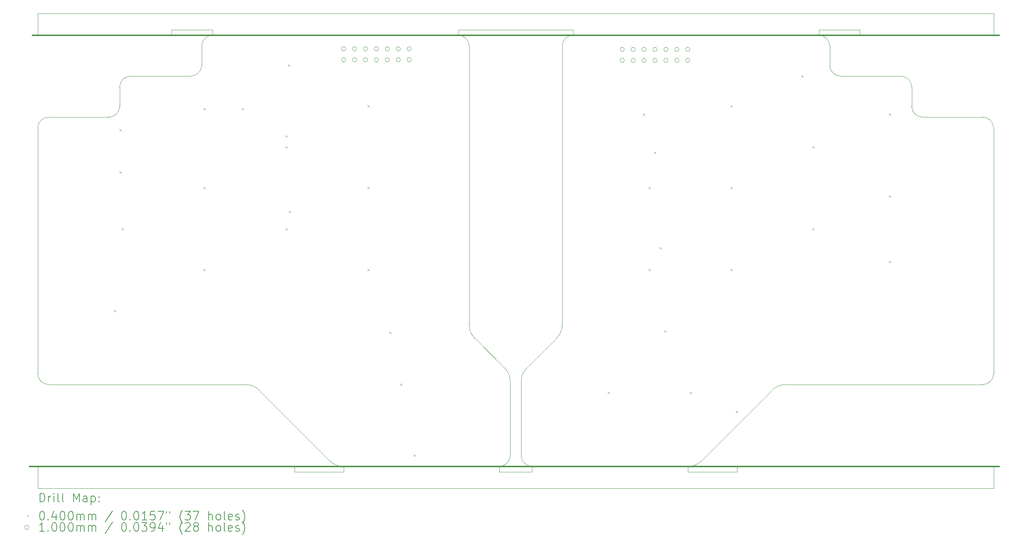
<source format=gbr>
%TF.GenerationSoftware,KiCad,Pcbnew,(6.0.7-1)-1*%
%TF.CreationDate,2022-08-07T12:05:25+08:00*%
%TF.ProjectId,Input,496e7075-742e-46b6-9963-61645f706362,2*%
%TF.SameCoordinates,PX7616b68PY48ab840*%
%TF.FileFunction,Drillmap*%
%TF.FilePolarity,Positive*%
%FSLAX45Y45*%
G04 Gerber Fmt 4.5, Leading zero omitted, Abs format (unit mm)*
G04 Created by KiCad (PCBNEW (6.0.7-1)-1) date 2022-08-07 12:05:25*
%MOMM*%
%LPD*%
G01*
G04 APERTURE LIST*
%ADD10C,0.300000*%
%ADD11C,0.120000*%
%ADD12C,0.200000*%
%ADD13C,0.040000*%
%ADD14C,0.100000*%
G04 APERTURE END LIST*
D10*
X-8064500Y-6921500D02*
X14478000Y-6921500D01*
X-8001000Y3111500D02*
X14478000Y3111500D01*
D11*
X14351000Y-6921500D02*
X8382000Y-6921500D01*
X2159003Y-3619500D02*
G75*
G03*
X2286000Y-3937000I417557J-17130D01*
G01*
X8382000Y-7048500D02*
X8382000Y-6921500D01*
X-762000Y-7048500D02*
X-1905000Y-7048500D01*
X-7874000Y-6921500D02*
X-7874000Y-7429500D01*
X3111497Y-4953000D02*
G75*
G03*
X2984500Y-4635500I-417557J17130D01*
G01*
X14351000Y3619500D02*
X14351000Y3111500D01*
X9525000Y-5016503D02*
G75*
G03*
X9207500Y-5143500I-17130J-417557D01*
G01*
X12446000Y1460500D02*
G75*
G03*
X12700000Y1206500I254000J0D01*
G01*
X14097000Y1206500D02*
X12700000Y1206500D01*
X-7874000Y952500D02*
X-7874000Y-4762500D01*
X4191002Y-3937002D02*
G75*
G03*
X4318000Y-3619500I-290562J300372D01*
G01*
X-3810000Y3111500D02*
X-3810000Y3238500D01*
X14097000Y-5016500D02*
G75*
G03*
X14351000Y-4762500I0J254000D01*
G01*
X1905000Y3238500D02*
X4572000Y3238500D01*
X14351000Y-4762500D02*
X14351000Y952500D01*
X-7620000Y1206500D02*
G75*
G03*
X-7874000Y952500I0J-254000D01*
G01*
X10541000Y2413000D02*
X10541000Y2857500D01*
X-1079502Y-6794502D02*
G75*
G03*
X-762000Y-6921500I300372J290562D01*
G01*
X14351000Y3619500D02*
X-7874000Y3619500D01*
X-762000Y-6921500D02*
X-762000Y-7048500D01*
X-2730498Y-5143498D02*
G75*
G03*
X-3048000Y-5016500I-300372J-290562D01*
G01*
X9207500Y-5143500D02*
X7556500Y-6794500D01*
X-4762500Y3238500D02*
X-4762500Y3111500D01*
X-7874000Y3111500D02*
X-7874000Y3619500D01*
X2857500Y-7048500D02*
X3619500Y-7048500D01*
X-6223000Y1206500D02*
G75*
G03*
X-5969000Y1460500I0J254000D01*
G01*
X-4318000Y2159000D02*
X-5715000Y2159000D01*
X10541000Y2857500D02*
G75*
G03*
X10287000Y3111500I-254000J0D01*
G01*
X9525000Y-5016500D02*
X14097000Y-5016500D01*
X11239500Y3238500D02*
X10287000Y3238500D01*
X-1079500Y-6794500D02*
X-2730500Y-5143500D01*
X-7874000Y-4762500D02*
G75*
G03*
X-7620000Y-5016500I254000J0D01*
G01*
X-4318000Y2159000D02*
G75*
G03*
X-4064000Y2413000I0J254000D01*
G01*
X-5715000Y2159000D02*
G75*
G03*
X-5969000Y1905000I0J-254000D01*
G01*
X4572000Y3238500D02*
X4572000Y3111500D01*
X3365500Y-6667500D02*
G75*
G03*
X3619500Y-6921500I254000J0D01*
G01*
X-6223000Y1206500D02*
X-7620000Y1206500D01*
X-7620000Y-5016500D02*
X-3048000Y-5016500D01*
X14351000Y952500D02*
G75*
G03*
X14097000Y1206500I-254000J0D01*
G01*
X-1905000Y-6921500D02*
X-1905000Y-7048500D01*
X12446000Y1905000D02*
G75*
G03*
X12192000Y2159000I-254000J0D01*
G01*
X10287000Y3238500D02*
X10287000Y3111500D01*
X-3810000Y3111500D02*
G75*
G03*
X-4064000Y2857500I0J-254000D01*
G01*
X3492498Y-4635498D02*
G75*
G03*
X3365500Y-4953000I290562J-300372D01*
G01*
X14351000Y3111500D02*
X11239500Y3111500D01*
X3365500Y-6667500D02*
X3365500Y-4953000D01*
X-3810000Y3238500D02*
X-4762500Y3238500D01*
X2984500Y-4635500D02*
X2286000Y-3937000D01*
X2857500Y-6921500D02*
X2857500Y-7048500D01*
X7239000Y-6921497D02*
G75*
G03*
X7556500Y-6794500I17130J417557D01*
G01*
X-4064000Y2857500D02*
X-4064000Y2413000D01*
X4318000Y2857500D02*
X4318000Y-3619500D01*
X-1905000Y-6921500D02*
X-7874000Y-6921500D01*
X3619500Y-7048500D02*
X3619500Y-6921500D01*
X7239000Y-7048500D02*
X7239000Y-6921500D01*
X4191000Y-3937000D02*
X3492500Y-4635500D01*
X10541000Y2413000D02*
G75*
G03*
X10795000Y2159000I254000J0D01*
G01*
X2857500Y-6921500D02*
G75*
G03*
X3111500Y-6667500I0J254000D01*
G01*
X3111500Y-4953000D02*
X3111500Y-6667500D01*
X14351000Y-7429500D02*
X-7874000Y-7429500D01*
X14351000Y-7429500D02*
X14351000Y-6921500D01*
X11239500Y3111500D02*
X11239500Y3238500D01*
X-4762500Y3111500D02*
X-7874000Y3111500D01*
X4572000Y3111500D02*
G75*
G03*
X4318000Y2857500I0J-254000D01*
G01*
X1905000Y3111500D02*
X1905000Y3238500D01*
X12192000Y2159000D02*
X10795000Y2159000D01*
X-5969000Y1905000D02*
X-5969000Y1460500D01*
X12446000Y1460500D02*
X12446000Y1905000D01*
X2159000Y-3619500D02*
X2159000Y2857500D01*
X2159000Y2857500D02*
G75*
G03*
X1905000Y3111500I-254000J0D01*
G01*
X8382000Y-7048500D02*
X7239000Y-7048500D01*
D12*
D13*
X-6103300Y-3282000D02*
X-6063300Y-3322000D01*
X-6063300Y-3282000D02*
X-6103300Y-3322000D01*
X-5976300Y921700D02*
X-5936300Y881700D01*
X-5936300Y921700D02*
X-5976300Y881700D01*
X-5976300Y-56200D02*
X-5936300Y-96200D01*
X-5936300Y-56200D02*
X-5976300Y-96200D01*
X-5925500Y-1377000D02*
X-5885500Y-1417000D01*
X-5885500Y-1377000D02*
X-5925500Y-1417000D01*
X-4020500Y1417000D02*
X-3980500Y1377000D01*
X-3980500Y1417000D02*
X-4020500Y1377000D01*
X-4020500Y-424500D02*
X-3980500Y-464500D01*
X-3980500Y-424500D02*
X-4020500Y-464500D01*
X-4020500Y-2329500D02*
X-3980500Y-2369500D01*
X-3980500Y-2329500D02*
X-4020500Y-2369500D01*
X-3131500Y1417000D02*
X-3091500Y1377000D01*
X-3091500Y1417000D02*
X-3131500Y1377000D01*
X-2115500Y782000D02*
X-2075500Y742000D01*
X-2075500Y782000D02*
X-2115500Y742000D01*
X-2115500Y528000D02*
X-2075500Y488000D01*
X-2075500Y528000D02*
X-2115500Y488000D01*
X-2115500Y-1377000D02*
X-2075500Y-1417000D01*
X-2075500Y-1377000D02*
X-2115500Y-1417000D01*
X-2052000Y2433000D02*
X-2012000Y2393000D01*
X-2012000Y2433000D02*
X-2052000Y2393000D01*
X-2037650Y-973392D02*
X-1997650Y-1013392D01*
X-1997650Y-973392D02*
X-2037650Y-1013392D01*
X-210500Y1480500D02*
X-170500Y1440500D01*
X-170500Y1480500D02*
X-210500Y1440500D01*
X-210500Y-424500D02*
X-170500Y-464500D01*
X-170500Y-424500D02*
X-210500Y-464500D01*
X-210500Y-2329500D02*
X-170500Y-2369500D01*
X-170500Y-2329500D02*
X-210500Y-2369500D01*
X297500Y-3790000D02*
X337500Y-3830000D01*
X337500Y-3790000D02*
X297500Y-3830000D01*
X551500Y-4996500D02*
X591500Y-5036500D01*
X591500Y-4996500D02*
X551500Y-5036500D01*
X869000Y-6647500D02*
X909000Y-6687500D01*
X909000Y-6647500D02*
X869000Y-6687500D01*
X5377500Y-5187000D02*
X5417500Y-5227000D01*
X5417500Y-5187000D02*
X5377500Y-5227000D01*
X6203000Y1290000D02*
X6243000Y1250000D01*
X6243000Y1290000D02*
X6203000Y1250000D01*
X6330000Y-424500D02*
X6370000Y-464500D01*
X6370000Y-424500D02*
X6330000Y-464500D01*
X6330000Y-2329500D02*
X6370000Y-2369500D01*
X6370000Y-2329500D02*
X6330000Y-2369500D01*
X6457000Y401000D02*
X6497000Y361000D01*
X6497000Y401000D02*
X6457000Y361000D01*
X6582800Y-1817984D02*
X6622800Y-1857984D01*
X6622800Y-1817984D02*
X6582800Y-1857984D01*
X6691150Y-3757631D02*
X6731150Y-3797631D01*
X6731150Y-3757631D02*
X6691150Y-3797631D01*
X7282500Y-5187000D02*
X7322500Y-5227000D01*
X7322500Y-5187000D02*
X7282500Y-5227000D01*
X8235000Y1480500D02*
X8275000Y1440500D01*
X8275000Y1480500D02*
X8235000Y1440500D01*
X8235000Y-424500D02*
X8275000Y-464500D01*
X8275000Y-424500D02*
X8235000Y-464500D01*
X8235000Y-2329500D02*
X8275000Y-2369500D01*
X8275000Y-2329500D02*
X8235000Y-2369500D01*
X8362000Y-5631500D02*
X8402000Y-5671500D01*
X8402000Y-5631500D02*
X8362000Y-5671500D01*
X9886000Y2179000D02*
X9926000Y2139000D01*
X9926000Y2179000D02*
X9886000Y2139000D01*
X10140000Y528000D02*
X10180000Y488000D01*
X10180000Y528000D02*
X10140000Y488000D01*
X10140000Y-1377000D02*
X10180000Y-1417000D01*
X10180000Y-1377000D02*
X10140000Y-1417000D01*
X11918000Y-2139000D02*
X11958000Y-2179000D01*
X11958000Y-2139000D02*
X11918000Y-2179000D01*
X11918000Y1290000D02*
X11958000Y1250000D01*
X11958000Y1290000D02*
X11918000Y1250000D01*
X11918000Y-615000D02*
X11958000Y-655000D01*
X11958000Y-615000D02*
X11918000Y-655000D01*
D14*
X-712000Y2794000D02*
G75*
G03*
X-712000Y2794000I-50000J0D01*
G01*
X-712000Y2540000D02*
G75*
G03*
X-712000Y2540000I-50000J0D01*
G01*
X-458000Y2794000D02*
G75*
G03*
X-458000Y2794000I-50000J0D01*
G01*
X-458000Y2540000D02*
G75*
G03*
X-458000Y2540000I-50000J0D01*
G01*
X-204000Y2794000D02*
G75*
G03*
X-204000Y2794000I-50000J0D01*
G01*
X-204000Y2540000D02*
G75*
G03*
X-204000Y2540000I-50000J0D01*
G01*
X50000Y2794000D02*
G75*
G03*
X50000Y2794000I-50000J0D01*
G01*
X50000Y2540000D02*
G75*
G03*
X50000Y2540000I-50000J0D01*
G01*
X304000Y2794000D02*
G75*
G03*
X304000Y2794000I-50000J0D01*
G01*
X304000Y2540000D02*
G75*
G03*
X304000Y2540000I-50000J0D01*
G01*
X558000Y2794000D02*
G75*
G03*
X558000Y2794000I-50000J0D01*
G01*
X558000Y2540000D02*
G75*
G03*
X558000Y2540000I-50000J0D01*
G01*
X812000Y2794000D02*
G75*
G03*
X812000Y2794000I-50000J0D01*
G01*
X812000Y2540000D02*
G75*
G03*
X812000Y2540000I-50000J0D01*
G01*
X5765000Y2782250D02*
G75*
G03*
X5765000Y2782250I-50000J0D01*
G01*
X5765000Y2528250D02*
G75*
G03*
X5765000Y2528250I-50000J0D01*
G01*
X6019000Y2782250D02*
G75*
G03*
X6019000Y2782250I-50000J0D01*
G01*
X6019000Y2528250D02*
G75*
G03*
X6019000Y2528250I-50000J0D01*
G01*
X6273000Y2782250D02*
G75*
G03*
X6273000Y2782250I-50000J0D01*
G01*
X6273000Y2528250D02*
G75*
G03*
X6273000Y2528250I-50000J0D01*
G01*
X6527000Y2782250D02*
G75*
G03*
X6527000Y2782250I-50000J0D01*
G01*
X6527000Y2528250D02*
G75*
G03*
X6527000Y2528250I-50000J0D01*
G01*
X6781000Y2782250D02*
G75*
G03*
X6781000Y2782250I-50000J0D01*
G01*
X6781000Y2528250D02*
G75*
G03*
X6781000Y2528250I-50000J0D01*
G01*
X7035000Y2782250D02*
G75*
G03*
X7035000Y2782250I-50000J0D01*
G01*
X7035000Y2528250D02*
G75*
G03*
X7035000Y2528250I-50000J0D01*
G01*
X7289000Y2782250D02*
G75*
G03*
X7289000Y2782250I-50000J0D01*
G01*
X7289000Y2528250D02*
G75*
G03*
X7289000Y2528250I-50000J0D01*
G01*
D12*
X-7821881Y-7745976D02*
X-7821881Y-7545976D01*
X-7774262Y-7545976D01*
X-7745690Y-7555500D01*
X-7726643Y-7574548D01*
X-7717119Y-7593595D01*
X-7707595Y-7631690D01*
X-7707595Y-7660262D01*
X-7717119Y-7698357D01*
X-7726643Y-7717405D01*
X-7745690Y-7736452D01*
X-7774262Y-7745976D01*
X-7821881Y-7745976D01*
X-7621881Y-7745976D02*
X-7621881Y-7612643D01*
X-7621881Y-7650738D02*
X-7612357Y-7631690D01*
X-7602833Y-7622167D01*
X-7583786Y-7612643D01*
X-7564738Y-7612643D01*
X-7498071Y-7745976D02*
X-7498071Y-7612643D01*
X-7498071Y-7545976D02*
X-7507595Y-7555500D01*
X-7498071Y-7565024D01*
X-7488548Y-7555500D01*
X-7498071Y-7545976D01*
X-7498071Y-7565024D01*
X-7374262Y-7745976D02*
X-7393310Y-7736452D01*
X-7402833Y-7717405D01*
X-7402833Y-7545976D01*
X-7269500Y-7745976D02*
X-7288548Y-7736452D01*
X-7298071Y-7717405D01*
X-7298071Y-7545976D01*
X-7040929Y-7745976D02*
X-7040929Y-7545976D01*
X-6974262Y-7688833D01*
X-6907595Y-7545976D01*
X-6907595Y-7745976D01*
X-6726643Y-7745976D02*
X-6726643Y-7641214D01*
X-6736167Y-7622167D01*
X-6755214Y-7612643D01*
X-6793310Y-7612643D01*
X-6812357Y-7622167D01*
X-6726643Y-7736452D02*
X-6745690Y-7745976D01*
X-6793310Y-7745976D01*
X-6812357Y-7736452D01*
X-6821881Y-7717405D01*
X-6821881Y-7698357D01*
X-6812357Y-7679309D01*
X-6793310Y-7669786D01*
X-6745690Y-7669786D01*
X-6726643Y-7660262D01*
X-6631405Y-7612643D02*
X-6631405Y-7812643D01*
X-6631405Y-7622167D02*
X-6612357Y-7612643D01*
X-6574262Y-7612643D01*
X-6555214Y-7622167D01*
X-6545690Y-7631690D01*
X-6536167Y-7650738D01*
X-6536167Y-7707881D01*
X-6545690Y-7726928D01*
X-6555214Y-7736452D01*
X-6574262Y-7745976D01*
X-6612357Y-7745976D01*
X-6631405Y-7736452D01*
X-6450452Y-7726928D02*
X-6440929Y-7736452D01*
X-6450452Y-7745976D01*
X-6459976Y-7736452D01*
X-6450452Y-7726928D01*
X-6450452Y-7745976D01*
X-6450452Y-7622167D02*
X-6440929Y-7631690D01*
X-6450452Y-7641214D01*
X-6459976Y-7631690D01*
X-6450452Y-7622167D01*
X-6450452Y-7641214D01*
D13*
X-8119500Y-8055500D02*
X-8079500Y-8095500D01*
X-8079500Y-8055500D02*
X-8119500Y-8095500D01*
D12*
X-7783786Y-7965976D02*
X-7764738Y-7965976D01*
X-7745690Y-7975500D01*
X-7736167Y-7985024D01*
X-7726643Y-8004071D01*
X-7717119Y-8042167D01*
X-7717119Y-8089786D01*
X-7726643Y-8127881D01*
X-7736167Y-8146928D01*
X-7745690Y-8156452D01*
X-7764738Y-8165976D01*
X-7783786Y-8165976D01*
X-7802833Y-8156452D01*
X-7812357Y-8146928D01*
X-7821881Y-8127881D01*
X-7831405Y-8089786D01*
X-7831405Y-8042167D01*
X-7821881Y-8004071D01*
X-7812357Y-7985024D01*
X-7802833Y-7975500D01*
X-7783786Y-7965976D01*
X-7631405Y-8146928D02*
X-7621881Y-8156452D01*
X-7631405Y-8165976D01*
X-7640929Y-8156452D01*
X-7631405Y-8146928D01*
X-7631405Y-8165976D01*
X-7450452Y-8032643D02*
X-7450452Y-8165976D01*
X-7498071Y-7956452D02*
X-7545690Y-8099309D01*
X-7421881Y-8099309D01*
X-7307595Y-7965976D02*
X-7288548Y-7965976D01*
X-7269500Y-7975500D01*
X-7259976Y-7985024D01*
X-7250452Y-8004071D01*
X-7240929Y-8042167D01*
X-7240929Y-8089786D01*
X-7250452Y-8127881D01*
X-7259976Y-8146928D01*
X-7269500Y-8156452D01*
X-7288548Y-8165976D01*
X-7307595Y-8165976D01*
X-7326643Y-8156452D01*
X-7336167Y-8146928D01*
X-7345690Y-8127881D01*
X-7355214Y-8089786D01*
X-7355214Y-8042167D01*
X-7345690Y-8004071D01*
X-7336167Y-7985024D01*
X-7326643Y-7975500D01*
X-7307595Y-7965976D01*
X-7117119Y-7965976D02*
X-7098071Y-7965976D01*
X-7079024Y-7975500D01*
X-7069500Y-7985024D01*
X-7059976Y-8004071D01*
X-7050452Y-8042167D01*
X-7050452Y-8089786D01*
X-7059976Y-8127881D01*
X-7069500Y-8146928D01*
X-7079024Y-8156452D01*
X-7098071Y-8165976D01*
X-7117119Y-8165976D01*
X-7136167Y-8156452D01*
X-7145690Y-8146928D01*
X-7155214Y-8127881D01*
X-7164738Y-8089786D01*
X-7164738Y-8042167D01*
X-7155214Y-8004071D01*
X-7145690Y-7985024D01*
X-7136167Y-7975500D01*
X-7117119Y-7965976D01*
X-6964738Y-8165976D02*
X-6964738Y-8032643D01*
X-6964738Y-8051690D02*
X-6955214Y-8042167D01*
X-6936167Y-8032643D01*
X-6907595Y-8032643D01*
X-6888548Y-8042167D01*
X-6879024Y-8061214D01*
X-6879024Y-8165976D01*
X-6879024Y-8061214D02*
X-6869500Y-8042167D01*
X-6850452Y-8032643D01*
X-6821881Y-8032643D01*
X-6802833Y-8042167D01*
X-6793310Y-8061214D01*
X-6793310Y-8165976D01*
X-6698071Y-8165976D02*
X-6698071Y-8032643D01*
X-6698071Y-8051690D02*
X-6688548Y-8042167D01*
X-6669500Y-8032643D01*
X-6640929Y-8032643D01*
X-6621881Y-8042167D01*
X-6612357Y-8061214D01*
X-6612357Y-8165976D01*
X-6612357Y-8061214D02*
X-6602833Y-8042167D01*
X-6583786Y-8032643D01*
X-6555214Y-8032643D01*
X-6536167Y-8042167D01*
X-6526643Y-8061214D01*
X-6526643Y-8165976D01*
X-6136167Y-7956452D02*
X-6307595Y-8213595D01*
X-5879024Y-7965976D02*
X-5859976Y-7965976D01*
X-5840929Y-7975500D01*
X-5831405Y-7985024D01*
X-5821881Y-8004071D01*
X-5812357Y-8042167D01*
X-5812357Y-8089786D01*
X-5821881Y-8127881D01*
X-5831405Y-8146928D01*
X-5840929Y-8156452D01*
X-5859976Y-8165976D01*
X-5879024Y-8165976D01*
X-5898071Y-8156452D01*
X-5907595Y-8146928D01*
X-5917119Y-8127881D01*
X-5926643Y-8089786D01*
X-5926643Y-8042167D01*
X-5917119Y-8004071D01*
X-5907595Y-7985024D01*
X-5898071Y-7975500D01*
X-5879024Y-7965976D01*
X-5726643Y-8146928D02*
X-5717119Y-8156452D01*
X-5726643Y-8165976D01*
X-5736167Y-8156452D01*
X-5726643Y-8146928D01*
X-5726643Y-8165976D01*
X-5593310Y-7965976D02*
X-5574262Y-7965976D01*
X-5555214Y-7975500D01*
X-5545691Y-7985024D01*
X-5536167Y-8004071D01*
X-5526643Y-8042167D01*
X-5526643Y-8089786D01*
X-5536167Y-8127881D01*
X-5545691Y-8146928D01*
X-5555214Y-8156452D01*
X-5574262Y-8165976D01*
X-5593310Y-8165976D01*
X-5612357Y-8156452D01*
X-5621881Y-8146928D01*
X-5631405Y-8127881D01*
X-5640929Y-8089786D01*
X-5640929Y-8042167D01*
X-5631405Y-8004071D01*
X-5621881Y-7985024D01*
X-5612357Y-7975500D01*
X-5593310Y-7965976D01*
X-5336167Y-8165976D02*
X-5450452Y-8165976D01*
X-5393310Y-8165976D02*
X-5393310Y-7965976D01*
X-5412357Y-7994548D01*
X-5431405Y-8013595D01*
X-5450452Y-8023119D01*
X-5155214Y-7965976D02*
X-5250452Y-7965976D01*
X-5259976Y-8061214D01*
X-5250452Y-8051690D01*
X-5231405Y-8042167D01*
X-5183786Y-8042167D01*
X-5164738Y-8051690D01*
X-5155214Y-8061214D01*
X-5145691Y-8080262D01*
X-5145691Y-8127881D01*
X-5155214Y-8146928D01*
X-5164738Y-8156452D01*
X-5183786Y-8165976D01*
X-5231405Y-8165976D01*
X-5250452Y-8156452D01*
X-5259976Y-8146928D01*
X-5079024Y-7965976D02*
X-4945691Y-7965976D01*
X-5031405Y-8165976D01*
X-4879024Y-7965976D02*
X-4879024Y-8004071D01*
X-4802833Y-7965976D02*
X-4802833Y-8004071D01*
X-4507595Y-8242167D02*
X-4517119Y-8232643D01*
X-4536167Y-8204071D01*
X-4545691Y-8185024D01*
X-4555214Y-8156452D01*
X-4564738Y-8108833D01*
X-4564738Y-8070738D01*
X-4555214Y-8023119D01*
X-4545691Y-7994548D01*
X-4536167Y-7975500D01*
X-4517119Y-7946928D01*
X-4507595Y-7937405D01*
X-4450452Y-7965976D02*
X-4326643Y-7965976D01*
X-4393310Y-8042167D01*
X-4364738Y-8042167D01*
X-4345691Y-8051690D01*
X-4336167Y-8061214D01*
X-4326643Y-8080262D01*
X-4326643Y-8127881D01*
X-4336167Y-8146928D01*
X-4345691Y-8156452D01*
X-4364738Y-8165976D01*
X-4421881Y-8165976D01*
X-4440929Y-8156452D01*
X-4450452Y-8146928D01*
X-4259976Y-7965976D02*
X-4126643Y-7965976D01*
X-4212357Y-8165976D01*
X-3898071Y-8165976D02*
X-3898071Y-7965976D01*
X-3812357Y-8165976D02*
X-3812357Y-8061214D01*
X-3821881Y-8042167D01*
X-3840929Y-8032643D01*
X-3869500Y-8032643D01*
X-3888548Y-8042167D01*
X-3898071Y-8051690D01*
X-3688548Y-8165976D02*
X-3707595Y-8156452D01*
X-3717119Y-8146928D01*
X-3726643Y-8127881D01*
X-3726643Y-8070738D01*
X-3717119Y-8051690D01*
X-3707595Y-8042167D01*
X-3688548Y-8032643D01*
X-3659976Y-8032643D01*
X-3640929Y-8042167D01*
X-3631405Y-8051690D01*
X-3621881Y-8070738D01*
X-3621881Y-8127881D01*
X-3631405Y-8146928D01*
X-3640929Y-8156452D01*
X-3659976Y-8165976D01*
X-3688548Y-8165976D01*
X-3507595Y-8165976D02*
X-3526643Y-8156452D01*
X-3536167Y-8137405D01*
X-3536167Y-7965976D01*
X-3355214Y-8156452D02*
X-3374262Y-8165976D01*
X-3412357Y-8165976D01*
X-3431405Y-8156452D01*
X-3440929Y-8137405D01*
X-3440929Y-8061214D01*
X-3431405Y-8042167D01*
X-3412357Y-8032643D01*
X-3374262Y-8032643D01*
X-3355214Y-8042167D01*
X-3345690Y-8061214D01*
X-3345690Y-8080262D01*
X-3440929Y-8099309D01*
X-3269500Y-8156452D02*
X-3250452Y-8165976D01*
X-3212357Y-8165976D01*
X-3193310Y-8156452D01*
X-3183786Y-8137405D01*
X-3183786Y-8127881D01*
X-3193310Y-8108833D01*
X-3212357Y-8099309D01*
X-3240929Y-8099309D01*
X-3259976Y-8089786D01*
X-3269500Y-8070738D01*
X-3269500Y-8061214D01*
X-3259976Y-8042167D01*
X-3240929Y-8032643D01*
X-3212357Y-8032643D01*
X-3193310Y-8042167D01*
X-3117119Y-8242167D02*
X-3107595Y-8232643D01*
X-3088548Y-8204071D01*
X-3079024Y-8185024D01*
X-3069500Y-8156452D01*
X-3059976Y-8108833D01*
X-3059976Y-8070738D01*
X-3069500Y-8023119D01*
X-3079024Y-7994548D01*
X-3088548Y-7975500D01*
X-3107595Y-7946928D01*
X-3117119Y-7937405D01*
D14*
X-8079500Y-8339500D02*
G75*
G03*
X-8079500Y-8339500I-50000J0D01*
G01*
D12*
X-7717119Y-8429976D02*
X-7831405Y-8429976D01*
X-7774262Y-8429976D02*
X-7774262Y-8229976D01*
X-7793310Y-8258548D01*
X-7812357Y-8277595D01*
X-7831405Y-8287119D01*
X-7631405Y-8410929D02*
X-7621881Y-8420452D01*
X-7631405Y-8429976D01*
X-7640929Y-8420452D01*
X-7631405Y-8410929D01*
X-7631405Y-8429976D01*
X-7498071Y-8229976D02*
X-7479024Y-8229976D01*
X-7459976Y-8239500D01*
X-7450452Y-8249024D01*
X-7440929Y-8268071D01*
X-7431405Y-8306167D01*
X-7431405Y-8353786D01*
X-7440929Y-8391881D01*
X-7450452Y-8410929D01*
X-7459976Y-8420452D01*
X-7479024Y-8429976D01*
X-7498071Y-8429976D01*
X-7517119Y-8420452D01*
X-7526643Y-8410929D01*
X-7536167Y-8391881D01*
X-7545690Y-8353786D01*
X-7545690Y-8306167D01*
X-7536167Y-8268071D01*
X-7526643Y-8249024D01*
X-7517119Y-8239500D01*
X-7498071Y-8229976D01*
X-7307595Y-8229976D02*
X-7288548Y-8229976D01*
X-7269500Y-8239500D01*
X-7259976Y-8249024D01*
X-7250452Y-8268071D01*
X-7240929Y-8306167D01*
X-7240929Y-8353786D01*
X-7250452Y-8391881D01*
X-7259976Y-8410929D01*
X-7269500Y-8420452D01*
X-7288548Y-8429976D01*
X-7307595Y-8429976D01*
X-7326643Y-8420452D01*
X-7336167Y-8410929D01*
X-7345690Y-8391881D01*
X-7355214Y-8353786D01*
X-7355214Y-8306167D01*
X-7345690Y-8268071D01*
X-7336167Y-8249024D01*
X-7326643Y-8239500D01*
X-7307595Y-8229976D01*
X-7117119Y-8229976D02*
X-7098071Y-8229976D01*
X-7079024Y-8239500D01*
X-7069500Y-8249024D01*
X-7059976Y-8268071D01*
X-7050452Y-8306167D01*
X-7050452Y-8353786D01*
X-7059976Y-8391881D01*
X-7069500Y-8410929D01*
X-7079024Y-8420452D01*
X-7098071Y-8429976D01*
X-7117119Y-8429976D01*
X-7136167Y-8420452D01*
X-7145690Y-8410929D01*
X-7155214Y-8391881D01*
X-7164738Y-8353786D01*
X-7164738Y-8306167D01*
X-7155214Y-8268071D01*
X-7145690Y-8249024D01*
X-7136167Y-8239500D01*
X-7117119Y-8229976D01*
X-6964738Y-8429976D02*
X-6964738Y-8296643D01*
X-6964738Y-8315690D02*
X-6955214Y-8306167D01*
X-6936167Y-8296643D01*
X-6907595Y-8296643D01*
X-6888548Y-8306167D01*
X-6879024Y-8325214D01*
X-6879024Y-8429976D01*
X-6879024Y-8325214D02*
X-6869500Y-8306167D01*
X-6850452Y-8296643D01*
X-6821881Y-8296643D01*
X-6802833Y-8306167D01*
X-6793310Y-8325214D01*
X-6793310Y-8429976D01*
X-6698071Y-8429976D02*
X-6698071Y-8296643D01*
X-6698071Y-8315690D02*
X-6688548Y-8306167D01*
X-6669500Y-8296643D01*
X-6640929Y-8296643D01*
X-6621881Y-8306167D01*
X-6612357Y-8325214D01*
X-6612357Y-8429976D01*
X-6612357Y-8325214D02*
X-6602833Y-8306167D01*
X-6583786Y-8296643D01*
X-6555214Y-8296643D01*
X-6536167Y-8306167D01*
X-6526643Y-8325214D01*
X-6526643Y-8429976D01*
X-6136167Y-8220452D02*
X-6307595Y-8477595D01*
X-5879024Y-8229976D02*
X-5859976Y-8229976D01*
X-5840929Y-8239500D01*
X-5831405Y-8249024D01*
X-5821881Y-8268071D01*
X-5812357Y-8306167D01*
X-5812357Y-8353786D01*
X-5821881Y-8391881D01*
X-5831405Y-8410929D01*
X-5840929Y-8420452D01*
X-5859976Y-8429976D01*
X-5879024Y-8429976D01*
X-5898071Y-8420452D01*
X-5907595Y-8410929D01*
X-5917119Y-8391881D01*
X-5926643Y-8353786D01*
X-5926643Y-8306167D01*
X-5917119Y-8268071D01*
X-5907595Y-8249024D01*
X-5898071Y-8239500D01*
X-5879024Y-8229976D01*
X-5726643Y-8410929D02*
X-5717119Y-8420452D01*
X-5726643Y-8429976D01*
X-5736167Y-8420452D01*
X-5726643Y-8410929D01*
X-5726643Y-8429976D01*
X-5593310Y-8229976D02*
X-5574262Y-8229976D01*
X-5555214Y-8239500D01*
X-5545691Y-8249024D01*
X-5536167Y-8268071D01*
X-5526643Y-8306167D01*
X-5526643Y-8353786D01*
X-5536167Y-8391881D01*
X-5545691Y-8410929D01*
X-5555214Y-8420452D01*
X-5574262Y-8429976D01*
X-5593310Y-8429976D01*
X-5612357Y-8420452D01*
X-5621881Y-8410929D01*
X-5631405Y-8391881D01*
X-5640929Y-8353786D01*
X-5640929Y-8306167D01*
X-5631405Y-8268071D01*
X-5621881Y-8249024D01*
X-5612357Y-8239500D01*
X-5593310Y-8229976D01*
X-5459976Y-8229976D02*
X-5336167Y-8229976D01*
X-5402833Y-8306167D01*
X-5374262Y-8306167D01*
X-5355214Y-8315690D01*
X-5345691Y-8325214D01*
X-5336167Y-8344262D01*
X-5336167Y-8391881D01*
X-5345691Y-8410929D01*
X-5355214Y-8420452D01*
X-5374262Y-8429976D01*
X-5431405Y-8429976D01*
X-5450452Y-8420452D01*
X-5459976Y-8410929D01*
X-5240929Y-8429976D02*
X-5202833Y-8429976D01*
X-5183786Y-8420452D01*
X-5174262Y-8410929D01*
X-5155214Y-8382357D01*
X-5145691Y-8344262D01*
X-5145691Y-8268071D01*
X-5155214Y-8249024D01*
X-5164738Y-8239500D01*
X-5183786Y-8229976D01*
X-5221881Y-8229976D01*
X-5240929Y-8239500D01*
X-5250452Y-8249024D01*
X-5259976Y-8268071D01*
X-5259976Y-8315690D01*
X-5250452Y-8334738D01*
X-5240929Y-8344262D01*
X-5221881Y-8353786D01*
X-5183786Y-8353786D01*
X-5164738Y-8344262D01*
X-5155214Y-8334738D01*
X-5145691Y-8315690D01*
X-4974262Y-8296643D02*
X-4974262Y-8429976D01*
X-5021881Y-8220452D02*
X-5069500Y-8363309D01*
X-4945691Y-8363309D01*
X-4879024Y-8229976D02*
X-4879024Y-8268071D01*
X-4802833Y-8229976D02*
X-4802833Y-8268071D01*
X-4507595Y-8506167D02*
X-4517119Y-8496643D01*
X-4536167Y-8468071D01*
X-4545691Y-8449024D01*
X-4555214Y-8420452D01*
X-4564738Y-8372833D01*
X-4564738Y-8334738D01*
X-4555214Y-8287119D01*
X-4545691Y-8258548D01*
X-4536167Y-8239500D01*
X-4517119Y-8210928D01*
X-4507595Y-8201405D01*
X-4440929Y-8249024D02*
X-4431405Y-8239500D01*
X-4412357Y-8229976D01*
X-4364738Y-8229976D01*
X-4345691Y-8239500D01*
X-4336167Y-8249024D01*
X-4326643Y-8268071D01*
X-4326643Y-8287119D01*
X-4336167Y-8315690D01*
X-4450452Y-8429976D01*
X-4326643Y-8429976D01*
X-4212357Y-8315690D02*
X-4231405Y-8306167D01*
X-4240929Y-8296643D01*
X-4250452Y-8277595D01*
X-4250452Y-8268071D01*
X-4240929Y-8249024D01*
X-4231405Y-8239500D01*
X-4212357Y-8229976D01*
X-4174262Y-8229976D01*
X-4155214Y-8239500D01*
X-4145690Y-8249024D01*
X-4136167Y-8268071D01*
X-4136167Y-8277595D01*
X-4145690Y-8296643D01*
X-4155214Y-8306167D01*
X-4174262Y-8315690D01*
X-4212357Y-8315690D01*
X-4231405Y-8325214D01*
X-4240929Y-8334738D01*
X-4250452Y-8353786D01*
X-4250452Y-8391881D01*
X-4240929Y-8410929D01*
X-4231405Y-8420452D01*
X-4212357Y-8429976D01*
X-4174262Y-8429976D01*
X-4155214Y-8420452D01*
X-4145690Y-8410929D01*
X-4136167Y-8391881D01*
X-4136167Y-8353786D01*
X-4145690Y-8334738D01*
X-4155214Y-8325214D01*
X-4174262Y-8315690D01*
X-3898071Y-8429976D02*
X-3898071Y-8229976D01*
X-3812357Y-8429976D02*
X-3812357Y-8325214D01*
X-3821881Y-8306167D01*
X-3840929Y-8296643D01*
X-3869500Y-8296643D01*
X-3888548Y-8306167D01*
X-3898071Y-8315690D01*
X-3688548Y-8429976D02*
X-3707595Y-8420452D01*
X-3717119Y-8410929D01*
X-3726643Y-8391881D01*
X-3726643Y-8334738D01*
X-3717119Y-8315690D01*
X-3707595Y-8306167D01*
X-3688548Y-8296643D01*
X-3659976Y-8296643D01*
X-3640929Y-8306167D01*
X-3631405Y-8315690D01*
X-3621881Y-8334738D01*
X-3621881Y-8391881D01*
X-3631405Y-8410929D01*
X-3640929Y-8420452D01*
X-3659976Y-8429976D01*
X-3688548Y-8429976D01*
X-3507595Y-8429976D02*
X-3526643Y-8420452D01*
X-3536167Y-8401405D01*
X-3536167Y-8229976D01*
X-3355214Y-8420452D02*
X-3374262Y-8429976D01*
X-3412357Y-8429976D01*
X-3431405Y-8420452D01*
X-3440929Y-8401405D01*
X-3440929Y-8325214D01*
X-3431405Y-8306167D01*
X-3412357Y-8296643D01*
X-3374262Y-8296643D01*
X-3355214Y-8306167D01*
X-3345690Y-8325214D01*
X-3345690Y-8344262D01*
X-3440929Y-8363309D01*
X-3269500Y-8420452D02*
X-3250452Y-8429976D01*
X-3212357Y-8429976D01*
X-3193310Y-8420452D01*
X-3183786Y-8401405D01*
X-3183786Y-8391881D01*
X-3193310Y-8372833D01*
X-3212357Y-8363309D01*
X-3240929Y-8363309D01*
X-3259976Y-8353786D01*
X-3269500Y-8334738D01*
X-3269500Y-8325214D01*
X-3259976Y-8306167D01*
X-3240929Y-8296643D01*
X-3212357Y-8296643D01*
X-3193310Y-8306167D01*
X-3117119Y-8506167D02*
X-3107595Y-8496643D01*
X-3088548Y-8468071D01*
X-3079024Y-8449024D01*
X-3069500Y-8420452D01*
X-3059976Y-8372833D01*
X-3059976Y-8334738D01*
X-3069500Y-8287119D01*
X-3079024Y-8258548D01*
X-3088548Y-8239500D01*
X-3107595Y-8210928D01*
X-3117119Y-8201405D01*
M02*

</source>
